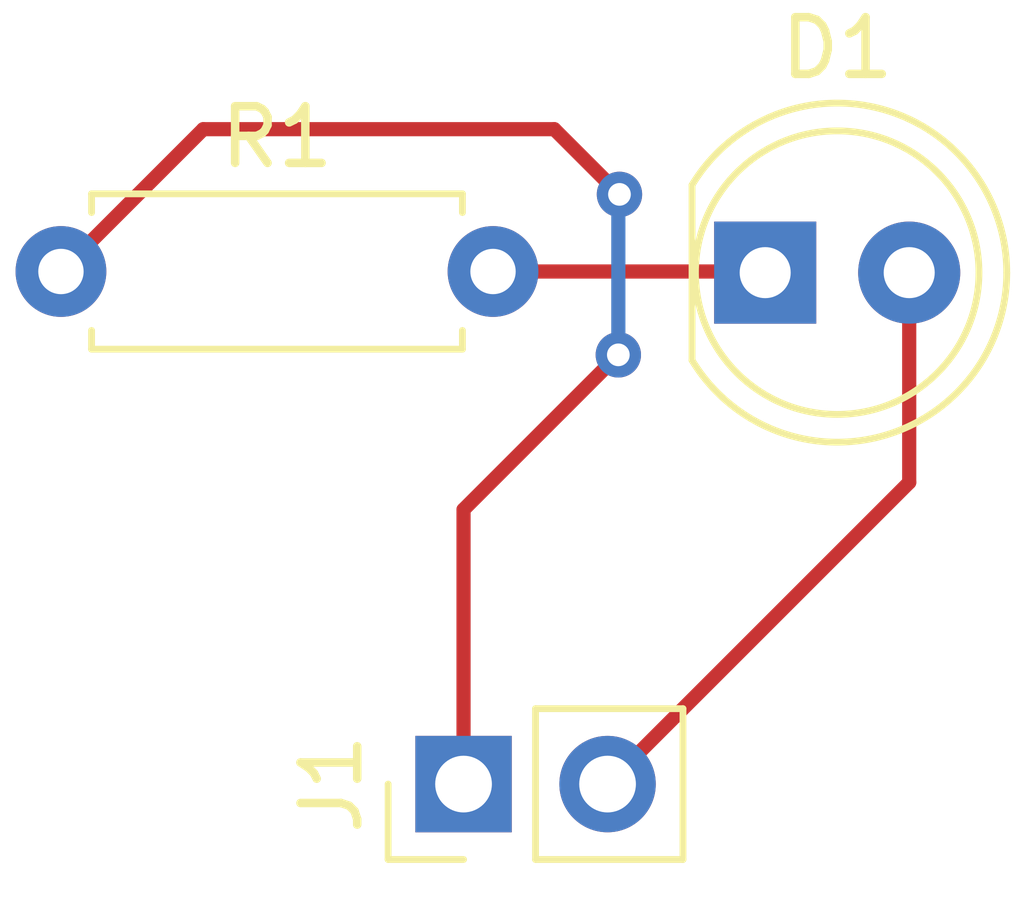
<source format=kicad_pcb>
(kicad_pcb (version 20171130) (host pcbnew "(5.1.10)-1")

  (general
    (thickness 1.6)
    (drawings 0)
    (tracks 13)
    (zones 0)
    (modules 3)
    (nets 4)
  )

  (page A4)
  (layers
    (0 F.Cu signal)
    (31 B.Cu signal)
    (32 B.Adhes user)
    (33 F.Adhes user)
    (34 B.Paste user)
    (35 F.Paste user)
    (36 B.SilkS user)
    (37 F.SilkS user)
    (38 B.Mask user)
    (39 F.Mask user)
    (40 Dwgs.User user)
    (41 Cmts.User user)
    (42 Eco1.User user)
    (43 Eco2.User user)
    (44 Edge.Cuts user)
    (45 Margin user)
    (46 B.CrtYd user)
    (47 F.CrtYd user)
    (48 B.Fab user)
    (49 F.Fab user)
  )

  (setup
    (last_trace_width 0.25)
    (trace_clearance 0.2)
    (zone_clearance 0.508)
    (zone_45_only no)
    (trace_min 0.2)
    (via_size 0.8)
    (via_drill 0.4)
    (via_min_size 0.4)
    (via_min_drill 0.3)
    (uvia_size 0.3)
    (uvia_drill 0.1)
    (uvias_allowed no)
    (uvia_min_size 0.2)
    (uvia_min_drill 0.1)
    (edge_width 0.05)
    (segment_width 0.2)
    (pcb_text_width 0.3)
    (pcb_text_size 1.5 1.5)
    (mod_edge_width 0.12)
    (mod_text_size 1 1)
    (mod_text_width 0.15)
    (pad_size 1.524 1.524)
    (pad_drill 0.762)
    (pad_to_mask_clearance 0)
    (aux_axis_origin 0 0)
    (visible_elements FFFFFF7F)
    (pcbplotparams
      (layerselection 0x010fc_ffffffff)
      (usegerberextensions false)
      (usegerberattributes true)
      (usegerberadvancedattributes true)
      (creategerberjobfile true)
      (excludeedgelayer true)
      (linewidth 0.100000)
      (plotframeref false)
      (viasonmask false)
      (mode 1)
      (useauxorigin false)
      (hpglpennumber 1)
      (hpglpenspeed 20)
      (hpglpendiameter 15.000000)
      (psnegative false)
      (psa4output false)
      (plotreference true)
      (plotvalue true)
      (plotinvisibletext false)
      (padsonsilk false)
      (subtractmaskfromsilk false)
      (outputformat 1)
      (mirror false)
      (drillshape 1)
      (scaleselection 1)
      (outputdirectory ""))
  )

  (net 0 "")
  (net 1 "Net-(D1-Pad2)")
  (net 2 "Net-(D1-Pad1)")
  (net 3 "Net-(J1-Pad1)")

  (net_class Default "This is the default net class."
    (clearance 0.2)
    (trace_width 0.25)
    (via_dia 0.8)
    (via_drill 0.4)
    (uvia_dia 0.3)
    (uvia_drill 0.1)
    (add_net "Net-(D1-Pad1)")
    (add_net "Net-(D1-Pad2)")
    (add_net "Net-(J1-Pad1)")
  )

  (module Resistor_THT:R_Axial_DIN0207_L6.3mm_D2.5mm_P7.62mm_Horizontal (layer F.Cu) (tedit 5AE5139B) (tstamp 61342376)
    (at 140.22 98.72)
    (descr "Resistor, Axial_DIN0207 series, Axial, Horizontal, pin pitch=7.62mm, 0.25W = 1/4W, length*diameter=6.3*2.5mm^2, http://cdn-reichelt.de/documents/datenblatt/B400/1_4W%23YAG.pdf")
    (tags "Resistor Axial_DIN0207 series Axial Horizontal pin pitch 7.62mm 0.25W = 1/4W length 6.3mm diameter 2.5mm")
    (path /6133C1DD)
    (fp_text reference R1 (at 3.81 -2.37) (layer F.SilkS)
      (effects (font (size 1 1) (thickness 0.15)))
    )
    (fp_text value 510R (at 3.81 2.37) (layer F.Fab)
      (effects (font (size 1 1) (thickness 0.15)))
    )
    (fp_text user %R (at 3.81 0) (layer F.Fab)
      (effects (font (size 1 1) (thickness 0.15)))
    )
    (fp_line (start 0.66 -1.25) (end 0.66 1.25) (layer F.Fab) (width 0.1))
    (fp_line (start 0.66 1.25) (end 6.96 1.25) (layer F.Fab) (width 0.1))
    (fp_line (start 6.96 1.25) (end 6.96 -1.25) (layer F.Fab) (width 0.1))
    (fp_line (start 6.96 -1.25) (end 0.66 -1.25) (layer F.Fab) (width 0.1))
    (fp_line (start 0 0) (end 0.66 0) (layer F.Fab) (width 0.1))
    (fp_line (start 7.62 0) (end 6.96 0) (layer F.Fab) (width 0.1))
    (fp_line (start 0.54 -1.04) (end 0.54 -1.37) (layer F.SilkS) (width 0.12))
    (fp_line (start 0.54 -1.37) (end 7.08 -1.37) (layer F.SilkS) (width 0.12))
    (fp_line (start 7.08 -1.37) (end 7.08 -1.04) (layer F.SilkS) (width 0.12))
    (fp_line (start 0.54 1.04) (end 0.54 1.37) (layer F.SilkS) (width 0.12))
    (fp_line (start 0.54 1.37) (end 7.08 1.37) (layer F.SilkS) (width 0.12))
    (fp_line (start 7.08 1.37) (end 7.08 1.04) (layer F.SilkS) (width 0.12))
    (fp_line (start -1.05 -1.5) (end -1.05 1.5) (layer F.CrtYd) (width 0.05))
    (fp_line (start -1.05 1.5) (end 8.67 1.5) (layer F.CrtYd) (width 0.05))
    (fp_line (start 8.67 1.5) (end 8.67 -1.5) (layer F.CrtYd) (width 0.05))
    (fp_line (start 8.67 -1.5) (end -1.05 -1.5) (layer F.CrtYd) (width 0.05))
    (pad 2 thru_hole oval (at 7.62 0) (size 1.6 1.6) (drill 0.8) (layers *.Cu *.Mask)
      (net 2 "Net-(D1-Pad1)"))
    (pad 1 thru_hole circle (at 0 0) (size 1.6 1.6) (drill 0.8) (layers *.Cu *.Mask)
      (net 3 "Net-(J1-Pad1)"))
    (model ${KISYS3DMOD}/Resistor_THT.3dshapes/R_Axial_DIN0207_L6.3mm_D2.5mm_P7.62mm_Horizontal.wrl
      (at (xyz 0 0 0))
      (scale (xyz 1 1 1))
      (rotate (xyz 0 0 0))
    )
  )

  (module Connector_PinHeader_2.54mm:PinHeader_1x02_P2.54mm_Vertical (layer F.Cu) (tedit 59FED5CC) (tstamp 6134235F)
    (at 147.32 107.76 90)
    (descr "Through hole straight pin header, 1x02, 2.54mm pitch, single row")
    (tags "Through hole pin header THT 1x02 2.54mm single row")
    (path /6133E966)
    (fp_text reference J1 (at 0 -2.33 90) (layer F.SilkS)
      (effects (font (size 1 1) (thickness 0.15)))
    )
    (fp_text value Power (at 0 4.87 90) (layer F.Fab)
      (effects (font (size 1 1) (thickness 0.15)))
    )
    (fp_text user %R (at 0 1.27) (layer F.Fab)
      (effects (font (size 1 1) (thickness 0.15)))
    )
    (fp_line (start -0.635 -1.27) (end 1.27 -1.27) (layer F.Fab) (width 0.1))
    (fp_line (start 1.27 -1.27) (end 1.27 3.81) (layer F.Fab) (width 0.1))
    (fp_line (start 1.27 3.81) (end -1.27 3.81) (layer F.Fab) (width 0.1))
    (fp_line (start -1.27 3.81) (end -1.27 -0.635) (layer F.Fab) (width 0.1))
    (fp_line (start -1.27 -0.635) (end -0.635 -1.27) (layer F.Fab) (width 0.1))
    (fp_line (start -1.33 3.87) (end 1.33 3.87) (layer F.SilkS) (width 0.12))
    (fp_line (start -1.33 1.27) (end -1.33 3.87) (layer F.SilkS) (width 0.12))
    (fp_line (start 1.33 1.27) (end 1.33 3.87) (layer F.SilkS) (width 0.12))
    (fp_line (start -1.33 1.27) (end 1.33 1.27) (layer F.SilkS) (width 0.12))
    (fp_line (start -1.33 0) (end -1.33 -1.33) (layer F.SilkS) (width 0.12))
    (fp_line (start -1.33 -1.33) (end 0 -1.33) (layer F.SilkS) (width 0.12))
    (fp_line (start -1.8 -1.8) (end -1.8 4.35) (layer F.CrtYd) (width 0.05))
    (fp_line (start -1.8 4.35) (end 1.8 4.35) (layer F.CrtYd) (width 0.05))
    (fp_line (start 1.8 4.35) (end 1.8 -1.8) (layer F.CrtYd) (width 0.05))
    (fp_line (start 1.8 -1.8) (end -1.8 -1.8) (layer F.CrtYd) (width 0.05))
    (pad 2 thru_hole oval (at 0 2.54 90) (size 1.7 1.7) (drill 1) (layers *.Cu *.Mask)
      (net 1 "Net-(D1-Pad2)"))
    (pad 1 thru_hole rect (at 0 0 90) (size 1.7 1.7) (drill 1) (layers *.Cu *.Mask)
      (net 3 "Net-(J1-Pad1)"))
    (model ${KISYS3DMOD}/Connector_PinHeader_2.54mm.3dshapes/PinHeader_1x02_P2.54mm_Vertical.wrl
      (at (xyz 0 0 0))
      (scale (xyz 1 1 1))
      (rotate (xyz 0 0 0))
    )
  )

  (module LED_THT:LED_D5.0mm (layer F.Cu) (tedit 5995936A) (tstamp 61342349)
    (at 152.64 98.74)
    (descr "LED, diameter 5.0mm, 2 pins, http://cdn-reichelt.de/documents/datenblatt/A500/LL-504BC2E-009.pdf")
    (tags "LED diameter 5.0mm 2 pins")
    (path /6133D89B)
    (fp_text reference D1 (at 1.27 -3.96) (layer F.SilkS)
      (effects (font (size 1 1) (thickness 0.15)))
    )
    (fp_text value RED_LED (at 1.27 3.96) (layer F.Fab)
      (effects (font (size 1 1) (thickness 0.15)))
    )
    (fp_text user %R (at 1.25 0) (layer F.Fab)
      (effects (font (size 0.8 0.8) (thickness 0.2)))
    )
    (fp_arc (start 1.27 0) (end -1.29 1.54483) (angle -148.9) (layer F.SilkS) (width 0.12))
    (fp_arc (start 1.27 0) (end -1.29 -1.54483) (angle 148.9) (layer F.SilkS) (width 0.12))
    (fp_arc (start 1.27 0) (end -1.23 -1.469694) (angle 299.1) (layer F.Fab) (width 0.1))
    (fp_circle (center 1.27 0) (end 3.77 0) (layer F.Fab) (width 0.1))
    (fp_circle (center 1.27 0) (end 3.77 0) (layer F.SilkS) (width 0.12))
    (fp_line (start -1.23 -1.469694) (end -1.23 1.469694) (layer F.Fab) (width 0.1))
    (fp_line (start -1.29 -1.545) (end -1.29 1.545) (layer F.SilkS) (width 0.12))
    (fp_line (start -1.95 -3.25) (end -1.95 3.25) (layer F.CrtYd) (width 0.05))
    (fp_line (start -1.95 3.25) (end 4.5 3.25) (layer F.CrtYd) (width 0.05))
    (fp_line (start 4.5 3.25) (end 4.5 -3.25) (layer F.CrtYd) (width 0.05))
    (fp_line (start 4.5 -3.25) (end -1.95 -3.25) (layer F.CrtYd) (width 0.05))
    (pad 2 thru_hole circle (at 2.54 0) (size 1.8 1.8) (drill 0.9) (layers *.Cu *.Mask)
      (net 1 "Net-(D1-Pad2)"))
    (pad 1 thru_hole rect (at 0 0) (size 1.8 1.8) (drill 0.9) (layers *.Cu *.Mask)
      (net 2 "Net-(D1-Pad1)"))
    (model ${KISYS3DMOD}/LED_THT.3dshapes/LED_D5.0mm.wrl
      (at (xyz 0 0 0))
      (scale (xyz 1 1 1))
      (rotate (xyz 0 0 0))
    )
  )

  (segment (start 155.18 102.44) (end 149.86 107.76) (width 0.25) (layer F.Cu) (net 1))
  (segment (start 155.18 98.74) (end 155.18 102.44) (width 0.25) (layer F.Cu) (net 1))
  (segment (start 152.62 98.72) (end 152.64 98.74) (width 0.25) (layer F.Cu) (net 2))
  (segment (start 147.84 98.72) (end 152.62 98.72) (width 0.25) (layer F.Cu) (net 2))
  (via (at 150.05 100.19) (size 0.8) (drill 0.4) (layers F.Cu B.Cu) (net 3))
  (segment (start 147.32 102.92) (end 150.05 100.19) (width 0.25) (layer F.Cu) (net 3))
  (segment (start 147.32 107.76) (end 147.32 102.92) (width 0.25) (layer F.Cu) (net 3))
  (via (at 150.07 97.36) (size 0.8) (drill 0.4) (layers F.Cu B.Cu) (net 3))
  (segment (start 150.05 97.38) (end 150.07 97.36) (width 0.25) (layer B.Cu) (net 3))
  (segment (start 150.05 100.19) (end 150.05 97.38) (width 0.25) (layer B.Cu) (net 3))
  (segment (start 150.07 97.36) (end 148.92 96.21) (width 0.25) (layer F.Cu) (net 3))
  (segment (start 142.73 96.21) (end 140.22 98.72) (width 0.25) (layer F.Cu) (net 3))
  (segment (start 148.92 96.21) (end 142.73 96.21) (width 0.25) (layer F.Cu) (net 3))

)

</source>
